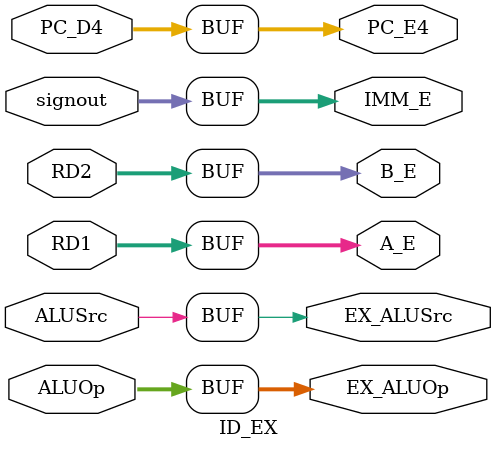
<source format=v>
module ID_EX(PC_D4, RD1, RD2, signout, ALUSrc, ALUOp, PC_E4, A_E, B_E, IMM_E, EX_ALUSrc, EX_ALUOp);

    input [31:0] PC_D4;
    input [31:0] RD1;
    input [31:0] RD2;
    input [31:0] signout;
    input ALUSrc;
    input [1:0] ALUOp;

    output reg [31:0] PC_E4;
    output reg [31:0] A_E;
    output reg [31:0] B_E;
    output reg [31:0] IMM_E;
    output reg EX_ALUSrc;
    output reg [1:0] EX_ALUOp;



    always @(*) begin
        PC_E4 <= PC_D4;
        A_E <= RD1;
        B_E <= RD2;
        IMM_E <= signout;
        EX_ALUSrc <= ALUSrc;
        EX_ALUOp <= ALUOp;
    end


endmodule
</source>
